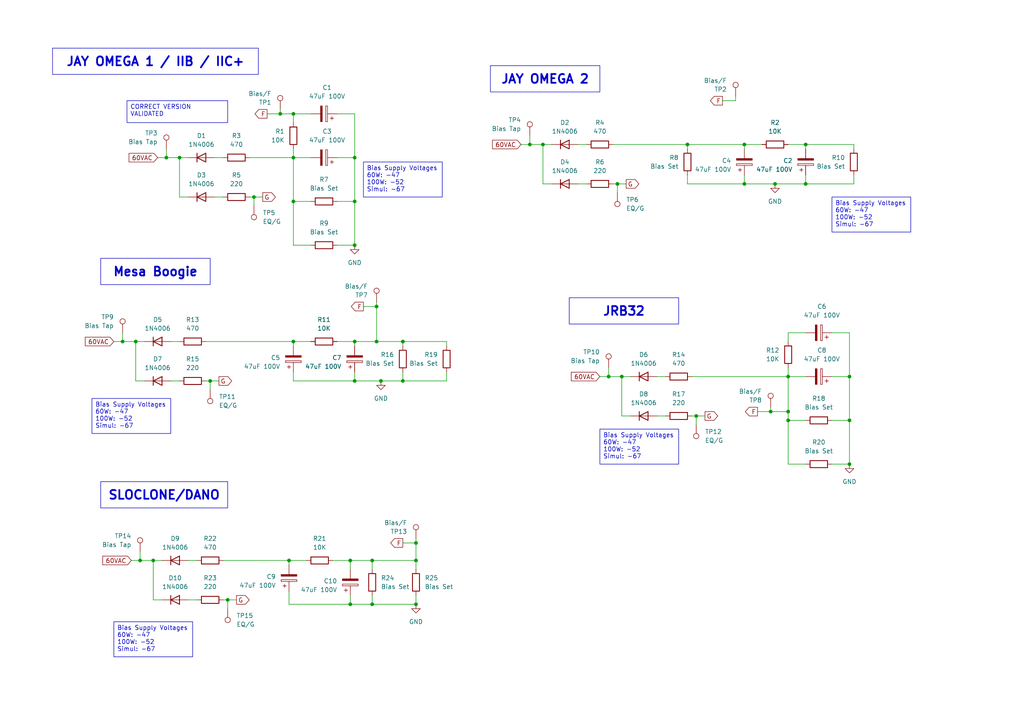
<source format=kicad_sch>
(kicad_sch (version 20250114) (generator "eeschema") (generator_version "9.0")
  (paper "A4")
  (lib_symbols
    (symbol "Connector:TestPoint" (pin_numbers (hide yes)) (pin_names (offset 0.762) (hide yes))
      (property "Reference" "TP" (at 0 6.858 0))
      (property "Value" "TestPoint" (at 0 5.08 0))
      (symbol "TestPoint_0_1"
        (circle (center 0 3.302) (radius 0.762))
      )
      (symbol "TestPoint_1_1"
        (pin passive line (at 0 0 90) (length 2.54) (name "1") (number "1"))
      )
    )
    (symbol "Device:C_Polarized" (pin_numbers (hide yes)) (pin_names (offset 0.254))
      (property "Reference" "C" (at 0.635 2.54 0))
      (property "Value" "C_Polarized" (at 0.635 -2.54 0))
      (symbol "C_Polarized_0_1"
        (rectangle (start -2.286 0.508) (end 2.286 1.016))
        (polyline (pts (xy -1.778 2.286) (xy -0.762 2.286)))
        (polyline (pts (xy -1.27 2.794) (xy -1.27 1.778)))
        (rectangle (start 2.286 -0.508) (end -2.286 -1.016) (fill (type outline)))
      )
      (symbol "C_Polarized_1_1"
        (pin passive line (at 0 3.81 270) (length 2.794) (name "~") (number "1"))
        (pin passive line (at 0 -3.81 90) (length 2.794) (name "~") (number "2"))
      )
    )
    (symbol "Device:R" (pin_numbers (hide yes)) (pin_names (offset 0))
      (property "Reference" "R" (at 2.032 0 90))
      (property "Value" "R" (at 0 0 90))
      (symbol "R_0_1"
        (rectangle (start -1.016 -2.54) (end 1.016 2.54) (stroke (width 0.254)))
      )
      (symbol "R_1_1"
        (pin passive line (at 0 3.81 270) (length 1.27) (name "~") (number "1"))
        (pin passive line (at 0 -3.81 90) (length 1.27) (name "~") (number "2"))
      )
    )
    (symbol "Diode:1N4006" (pin_numbers (hide yes)) (pin_names (hide yes))
      (property "Reference" "D" (at 0 2.54 0))
      (property "Value" "1N4006" (at 0 -2.54 0))
      (symbol "1N4006_0_1"
        (polyline (pts (xy -1.27 1.27) (xy -1.27 -1.27)) (stroke (width 0.254)))
        (polyline (pts (xy 1.27 1.27) (xy 1.27 -1.27) (xy -1.27 0) (xy 1.27 1.27)) (stroke (width 0.254)))
        (polyline (pts (xy 1.27 0) (xy -1.27 0)))
      )
      (symbol "1N4006_1_1"
        (pin passive line (at -3.81 0 0) (length 2.54) (name "K") (number "1"))
        (pin passive line (at 3.81 0 180) (length 2.54) (name "A") (number "2"))
      )
    )
    (symbol "power:GND" (power) (pin_numbers (hide yes)) (pin_names (offset 0) (hide yes))
      (property "Value" "GND" (at 0 -3.81 0))
      (symbol "GND_0_1"
        (polyline (pts (xy 0 0) (xy 0 -1.27) (xy 1.27 -1.27) (xy 0 -2.54) (xy -1.27 -1.27) (xy 0 -1.27)))
      )
      (symbol "GND_1_1"
        (pin power_in line (at 0 0 270) (length 0) (name "~") (number "1"))
      )
    )
  )
  (text_box "Bias Supply Voltages\n60W: -47\n100W: -52\nSimul: -67" (at 105.41 46.99 0) (size 22.86 10.16) (margins 0.9525 0.9525 0.9525 0.9525) (effects (font (size 1.27 1.27)) (justify left top)))
  (text_box "Bias Supply Voltages\n60W: -47\n100W: -52\nSimul: -67" (at 241.3 57.15 0) (size 22.86 10.16) (margins 0.9525 0.9525 0.9525 0.9525) (effects (font (size 1.27 1.27)) (justify left top)))
  (text_box "Mesa Boogie" (at 29.21 74.93 0) (size 31.75 7.62) (margins 0.9525 0.9525 0.9525 0.9525) (effects (font (size 2.54 2.54) (thickness 0.508) (bold yes))))
  (text_box "Bias Supply Voltages\n60W: -47\n100W: -52\nSimul: -67" (at 33.02 180.34 0) (size 22.86 10.16) (margins 0.9525 0.9525 0.9525 0.9525) (effects (font (size 1.27 1.27)) (justify left top)))
  (text_box "JAY OMEGA 1 / IIB / IIC+" (at 15.24 13.97 0) (size 59.69 7.62) (margins 0.9525 0.9525 0.9525 0.9525) (effects (font (size 2.54 2.54) (thickness 0.508) (bold yes))))
  (text_box "SLOCLONE/DANO" (at 29.21 139.7 0) (size 36.83 7.62) (margins 0.9525 0.9525 0.9525 0.9525) (effects (font (size 2.54 2.54) (thickness 0.508) (bold yes))))
  (text_box "JAY OMEGA 2" (at 142.24 19.05 0) (size 31.75 7.62) (margins 0.9525 0.9525 0.9525 0.9525) (effects (font (size 2.54 2.54) (thickness 0.508) (bold yes))))
  (text_box "Bias Supply Voltages\n60W: -47\n100W: -52\nSimul: -67" (at 173.99 124.46 0) (size 22.86 10.16) (margins 0.9525 0.9525 0.9525 0.9525) (effects (font (size 1.27 1.27)) (justify left top)))
  (text_box "JRB32" (at 165.1 86.36 0) (size 31.75 7.62) (margins 0.9525 0.9525 0.9525 0.9525) (effects (font (size 2.54 2.54) (thickness 0.508) (bold yes))))
  (text_box "CORRECT VERSION VALIDATED" (at 36.83 29.21 0) (size 29.21 6.35) (margins 0.9525 0.9525 0.9525 0.9525) (effects (font (size 1.27 1.27)) (justify left top)))
  (text_box "Bias Supply Voltages\n60W: -47\n100W: -52\nSimul: -67" (at 26.67 115.57 0) (size 22.86 10.16) (margins 0.9525 0.9525 0.9525 0.9525) (effects (font (size 1.27 1.27)) (justify left top)))
  (junction (at 246.38 121.92))
  (junction (at 101.6 175.26))
  (junction (at 199.39 41.91))
  (junction (at 215.9 53.34))
  (junction (at 81.28 33.02))
  (junction (at 120.65 175.26))
  (junction (at 157.48 41.91))
  (junction (at 107.95 162.56))
  (junction (at 246.38 109.22))
  (junction (at 233.68 41.91))
  (junction (at 120.65 162.56))
  (junction (at 102.87 110.49))
  (junction (at 109.22 88.9))
  (junction (at 228.6 109.22))
  (junction (at 73.66 57.15))
  (junction (at 102.87 71.12))
  (junction (at 85.09 33.02))
  (junction (at 215.9 41.91))
  (junction (at 116.84 99.06))
  (junction (at 246.38 134.62))
  (junction (at 85.09 58.42))
  (junction (at 102.87 99.06))
  (junction (at 85.09 99.06))
  (junction (at 233.68 53.34))
  (junction (at 224.79 53.34))
  (junction (at 66.04 173.99))
  (junction (at 52.07 45.72))
  (junction (at 110.49 110.49))
  (junction (at 109.22 99.06))
  (junction (at 116.84 110.49))
  (junction (at 228.6 121.92))
  (junction (at 60.96 110.49))
  (junction (at 40.64 162.56))
  (junction (at 223.52 119.38))
  (junction (at 107.95 175.26))
  (junction (at 44.45 162.56))
  (junction (at 85.09 45.72))
  (junction (at 153.67 41.91))
  (junction (at 228.6 119.38))
  (junction (at 176.53 109.22))
  (junction (at 35.56 99.06))
  (junction (at 120.65 157.48))
  (junction (at 179.07 53.34))
  (junction (at 101.6 162.56))
  (junction (at 48.26 45.72))
  (junction (at 102.87 45.72))
  (junction (at 180.34 109.22))
  (junction (at 39.37 99.06))
  (junction (at 83.82 162.56))
  (junction (at 102.87 58.42))
  (junction (at 201.93 120.65))
  (wire (pts (xy 120.65 175.26) (xy 107.95 175.26)))
  (wire (pts (xy 116.84 99.06) (xy 109.22 99.06)))
  (wire (pts (xy 215.9 41.91) (xy 215.9 43.18)))
  (wire (pts (xy 83.82 175.26) (xy 101.6 175.26)))
  (wire (pts (xy 215.9 53.34) (xy 224.79 53.34)))
  (wire (pts (xy 52.07 45.72) (xy 54.61 45.72)))
  (wire (pts (xy 181.61 53.34) (xy 179.07 53.34)))
  (wire (pts (xy 246.38 96.52) (xy 246.38 109.22)))
  (wire (pts (xy 66.04 173.99) (xy 64.77 173.99)))
  (wire (pts (xy 116.84 157.48) (xy 120.65 157.48)))
  (wire (pts (xy 241.3 121.92) (xy 246.38 121.92)))
  (wire (pts (xy 233.68 53.34) (xy 247.65 53.34)))
  (wire (pts (xy 233.68 121.92) (xy 228.6 121.92)))
  (wire (pts (xy 85.09 99.06) (xy 90.17 99.06)))
  (wire (pts (xy 85.09 99.06) (xy 85.09 100.33)))
  (wire (pts (xy 39.37 110.49) (xy 41.91 110.49)))
  (wire (pts (xy 64.77 45.72) (xy 62.23 45.72)))
  (wire (pts (xy 105.41 88.9) (xy 109.22 88.9)))
  (wire (pts (xy 35.56 96.52) (xy 35.56 99.06)))
  (wire (pts (xy 97.79 58.42) (xy 102.87 58.42)))
  (wire (pts (xy 129.54 110.49) (xy 129.54 107.95)))
  (wire (pts (xy 157.48 53.34) (xy 160.02 53.34)))
  (wire (pts (xy 90.17 71.12) (xy 85.09 71.12)))
  (wire (pts (xy 44.45 162.56) (xy 46.99 162.56)))
  (wire (pts (xy 85.09 45.72) (xy 85.09 58.42)))
  (wire (pts (xy 35.56 99.06) (xy 39.37 99.06)))
  (wire (pts (xy 247.65 41.91) (xy 233.68 41.91)))
  (wire (pts (xy 151.13 41.91) (xy 153.67 41.91)))
  (wire (pts (xy 101.6 175.26) (xy 107.95 175.26)))
  (wire (pts (xy 60.96 110.49) (xy 60.96 113.03)))
  (wire (pts (xy 109.22 88.9) (xy 109.22 99.06)))
  (wire (pts (xy 101.6 162.56) (xy 101.6 165.1)))
  (wire (pts (xy 77.47 33.02) (xy 81.28 33.02)))
  (wire (pts (xy 204.47 120.65) (xy 201.93 120.65)))
  (wire (pts (xy 228.6 119.38) (xy 228.6 121.92)))
  (wire (pts (xy 233.68 134.62) (xy 228.6 134.62)))
  (wire (pts (xy 228.6 96.52) (xy 228.6 99.06)))
  (wire (pts (xy 228.6 134.62) (xy 228.6 121.92)))
  (wire (pts (xy 215.9 41.91) (xy 220.98 41.91)))
  (wire (pts (xy 48.26 45.72) (xy 52.07 45.72)))
  (wire (pts (xy 228.6 109.22) (xy 233.68 109.22)))
  (wire (pts (xy 209.55 29.21) (xy 213.36 29.21)))
  (wire (pts (xy 85.09 110.49) (xy 102.87 110.49)))
  (wire (pts (xy 246.38 109.22) (xy 241.3 109.22)))
  (wire (pts (xy 167.64 53.34) (xy 170.18 53.34)))
  (wire (pts (xy 81.28 31.75) (xy 81.28 33.02)))
  (wire (pts (xy 219.71 119.38) (xy 223.52 119.38)))
  (wire (pts (xy 241.3 134.62) (xy 246.38 134.62)))
  (wire (pts (xy 54.61 173.99) (xy 57.15 173.99)))
  (wire (pts (xy 52.07 45.72) (xy 52.07 57.15)))
  (wire (pts (xy 199.39 41.91) (xy 215.9 41.91)))
  (wire (pts (xy 200.66 109.22) (xy 228.6 109.22)))
  (wire (pts (xy 233.68 41.91) (xy 228.6 41.91)))
  (wire (pts (xy 102.87 99.06) (xy 97.79 99.06)))
  (wire (pts (xy 39.37 99.06) (xy 41.91 99.06)))
  (wire (pts (xy 215.9 50.8) (xy 215.9 53.34)))
  (wire (pts (xy 101.6 162.56) (xy 107.95 162.56)))
  (wire (pts (xy 96.52 162.56) (xy 101.6 162.56)))
  (wire (pts (xy 44.45 162.56) (xy 44.45 173.99)))
  (wire (pts (xy 85.09 45.72) (xy 90.17 45.72)))
  (wire (pts (xy 102.87 99.06) (xy 102.87 100.33)))
  (wire (pts (xy 129.54 100.33) (xy 129.54 99.06)))
  (wire (pts (xy 116.84 110.49) (xy 116.84 107.95)))
  (wire (pts (xy 223.52 118.11) (xy 223.52 119.38)))
  (wire (pts (xy 102.87 71.12) (xy 102.87 58.42)))
  (wire (pts (xy 109.22 87.63) (xy 109.22 88.9)))
  (wire (pts (xy 102.87 33.02) (xy 102.87 45.72)))
  (wire (pts (xy 107.95 175.26) (xy 107.95 172.72)))
  (wire (pts (xy 76.2 57.15) (xy 73.66 57.15)))
  (wire (pts (xy 83.82 162.56) (xy 83.82 163.83)))
  (wire (pts (xy 85.09 33.02) (xy 85.09 35.56)))
  (wire (pts (xy 90.17 33.02) (xy 85.09 33.02)))
  (wire (pts (xy 170.18 41.91) (xy 167.64 41.91)))
  (wire (pts (xy 66.04 173.99) (xy 66.04 176.53)))
  (wire (pts (xy 129.54 99.06) (xy 116.84 99.06)))
  (wire (pts (xy 48.26 43.18) (xy 48.26 45.72)))
  (wire (pts (xy 120.65 156.21) (xy 120.65 157.48)))
  (wire (pts (xy 40.64 162.56) (xy 44.45 162.56)))
  (wire (pts (xy 33.02 99.06) (xy 35.56 99.06)))
  (wire (pts (xy 190.5 120.65) (xy 193.04 120.65)))
  (wire (pts (xy 199.39 53.34) (xy 215.9 53.34)))
  (wire (pts (xy 233.68 50.8) (xy 233.68 53.34)))
  (wire (pts (xy 157.48 41.91) (xy 160.02 41.91)))
  (wire (pts (xy 247.65 53.34) (xy 247.65 50.8)))
  (wire (pts (xy 233.68 41.91) (xy 233.68 43.18)))
  (wire (pts (xy 107.95 162.56) (xy 120.65 162.56)))
  (wire (pts (xy 180.34 120.65) (xy 182.88 120.65)))
  (wire (pts (xy 176.53 109.22) (xy 180.34 109.22)))
  (wire (pts (xy 246.38 121.92) (xy 246.38 109.22)))
  (wire (pts (xy 102.87 58.42) (xy 102.87 45.72)))
  (wire (pts (xy 247.65 43.18) (xy 247.65 41.91)))
  (wire (pts (xy 120.65 172.72) (xy 120.65 175.26)))
  (wire (pts (xy 97.79 71.12) (xy 102.87 71.12)))
  (wire (pts (xy 102.87 110.49) (xy 110.49 110.49)))
  (wire (pts (xy 201.93 120.65) (xy 201.93 123.19)))
  (wire (pts (xy 228.6 106.68) (xy 228.6 109.22)))
  (wire (pts (xy 224.79 53.34) (xy 233.68 53.34)))
  (wire (pts (xy 85.09 107.95) (xy 85.09 110.49)))
  (wire (pts (xy 45.72 45.72) (xy 48.26 45.72)))
  (wire (pts (xy 179.07 53.34) (xy 179.07 55.88)))
  (wire (pts (xy 180.34 109.22) (xy 182.88 109.22)))
  (wire (pts (xy 83.82 162.56) (xy 88.9 162.56)))
  (wire (pts (xy 120.65 162.56) (xy 120.65 165.1)))
  (wire (pts (xy 39.37 99.06) (xy 39.37 110.49)))
  (wire (pts (xy 213.36 27.94) (xy 213.36 29.21)))
  (wire (pts (xy 233.68 96.52) (xy 228.6 96.52)))
  (wire (pts (xy 179.07 53.34) (xy 177.8 53.34)))
  (wire (pts (xy 116.84 99.06) (xy 116.84 100.33)))
  (wire (pts (xy 223.52 119.38) (xy 228.6 119.38)))
  (wire (pts (xy 44.45 173.99) (xy 46.99 173.99)))
  (wire (pts (xy 62.23 57.15) (xy 64.77 57.15)))
  (wire (pts (xy 107.95 162.56) (xy 107.95 165.1)))
  (wire (pts (xy 64.77 162.56) (xy 83.82 162.56)))
  (wire (pts (xy 173.99 109.22) (xy 176.53 109.22)))
  (wire (pts (xy 81.28 33.02) (xy 85.09 33.02)))
  (wire (pts (xy 176.53 106.68) (xy 176.53 109.22)))
  (wire (pts (xy 59.69 99.06) (xy 85.09 99.06)))
  (wire (pts (xy 52.07 57.15) (xy 54.61 57.15)))
  (wire (pts (xy 38.1 162.56) (xy 40.64 162.56)))
  (wire (pts (xy 57.15 162.56) (xy 54.61 162.56)))
  (wire (pts (xy 180.34 109.22) (xy 180.34 120.65)))
  (wire (pts (xy 83.82 171.45) (xy 83.82 175.26)))
  (wire (pts (xy 68.58 173.99) (xy 66.04 173.99)))
  (wire (pts (xy 116.84 110.49) (xy 129.54 110.49)))
  (wire (pts (xy 63.5 110.49) (xy 60.96 110.49)))
  (wire (pts (xy 40.64 160.02) (xy 40.64 162.56)))
  (wire (pts (xy 85.09 71.12) (xy 85.09 58.42)))
  (wire (pts (xy 49.53 110.49) (xy 52.07 110.49)))
  (wire (pts (xy 246.38 134.62) (xy 246.38 121.92)))
  (wire (pts (xy 177.8 41.91) (xy 199.39 41.91)))
  (wire (pts (xy 110.49 110.49) (xy 116.84 110.49)))
  (wire (pts (xy 228.6 109.22) (xy 228.6 119.38)))
  (wire (pts (xy 153.67 39.37) (xy 153.67 41.91)))
  (wire (pts (xy 109.22 99.06) (xy 102.87 99.06)))
  (wire (pts (xy 193.04 109.22) (xy 190.5 109.22)))
  (wire (pts (xy 72.39 45.72) (xy 85.09 45.72)))
  (wire (pts (xy 85.09 43.18) (xy 85.09 45.72)))
  (wire (pts (xy 241.3 96.52) (xy 246.38 96.52)))
  (wire (pts (xy 153.67 41.91) (xy 157.48 41.91)))
  (wire (pts (xy 199.39 50.8) (xy 199.39 53.34)))
  (wire (pts (xy 73.66 57.15) (xy 72.39 57.15)))
  (wire (pts (xy 102.87 110.49) (xy 102.87 107.95)))
  (wire (pts (xy 201.93 120.65) (xy 200.66 120.65)))
  (wire (pts (xy 97.79 33.02) (xy 102.87 33.02)))
  (wire (pts (xy 60.96 110.49) (xy 59.69 110.49)))
  (wire (pts (xy 90.17 58.42) (xy 85.09 58.42)))
  (wire (pts (xy 102.87 45.72) (xy 97.79 45.72)))
  (wire (pts (xy 199.39 41.91) (xy 199.39 43.18)))
  (wire (pts (xy 120.65 157.48) (xy 120.65 162.56)))
  (wire (pts (xy 101.6 172.72) (xy 101.6 175.26)))
  (wire (pts (xy 157.48 41.91) (xy 157.48 53.34)))
  (wire (pts (xy 52.07 99.06) (xy 49.53 99.06)))
  (wire (pts (xy 73.66 57.15) (xy 73.66 59.69)))
  (global_label "F" (shape output) (at 116.84 157.48 180) (property "Intersheetrefs" "${INTERSHEET_REFS}" (effects (hide yes))))
  (global_label "60VAC" (shape input) (at 173.99 109.22 180) (property "Intersheetrefs" "${INTERSHEET_REFS}" (effects (hide yes))))
  (global_label "G" (shape output) (at 68.58 173.99 0) (property "Intersheetrefs" "${INTERSHEET_REFS}" (effects (hide yes))))
  (global_label "G" (shape output) (at 76.2 57.15 0) (property "Intersheetrefs" "${INTERSHEET_REFS}" (effects (hide yes))))
  (global_label "G" (shape output) (at 181.61 53.34 0) (property "Intersheetrefs" "${INTERSHEET_REFS}" (effects (hide yes))))
  (global_label "60VAC" (shape input) (at 45.72 45.72 180) (property "Intersheetrefs" "${INTERSHEET_REFS}" (effects (hide yes))))
  (global_label "60VAC" (shape input) (at 151.13 41.91 180) (property "Intersheetrefs" "${INTERSHEET_REFS}" (effects (hide yes))))
  (global_label "F" (shape output) (at 219.71 119.38 180) (property "Intersheetrefs" "${INTERSHEET_REFS}" (effects (hide yes))))
  (global_label "60VAC" (shape input) (at 38.1 162.56 180) (property "Intersheetrefs" "${INTERSHEET_REFS}" (effects (hide yes))))
  (global_label "F" (shape output) (at 209.55 29.21 180) (property "Intersheetrefs" "${INTERSHEET_REFS}" (effects (hide yes))))
  (global_label "G" (shape output) (at 204.47 120.65 0) (property "Intersheetrefs" "${INTERSHEET_REFS}" (effects (hide yes))))
  (global_label "G" (shape output) (at 63.5 110.49 0) (property "Intersheetrefs" "${INTERSHEET_REFS}" (effects (hide yes))))
  (global_label "F" (shape output) (at 105.41 88.9 180) (property "Intersheetrefs" "${INTERSHEET_REFS}" (effects (hide yes))))
  (global_label "60VAC" (shape input) (at 33.02 99.06 180) (property "Intersheetrefs" "${INTERSHEET_REFS}" (effects (hide yes))))
  (global_label "F" (shape output) (at 77.47 33.02 180) (property "Intersheetrefs" "${INTERSHEET_REFS}" (effects (hide yes))))
  (symbol (lib_id "Diode:1N4006") (at 163.83 53.34 0) (unit 1)
    (property "Reference" "D4" (at 163.83 46.99 0))
    (property "Value" "1N4006" (at 163.83 49.53 0))
    (property "Footprint" "Diode_THT:D_DO-41_SOD81_P10.16mm_Horizontal" (effects (hide yes)))
    (property "Datasheet" "http://www.vishay.com/docs/88503/1n4001.pdf" (effects (hide yes)))
    (property "Description" "800V 1A General Purpose Rectifier Diode, DO-41" (effects (hide yes)))
    (property "Sim.Device" "D" (effects (hide yes)))
    (property "Sim.Pins" "1=K 2=A" (effects (hide yes)))
  )
  (symbol (lib_id "Diode:1N4006") (at 186.69 109.22 0) (unit 1)
    (property "Reference" "D6" (at 186.69 102.87 0))
    (property "Value" "1N4006" (at 186.69 105.41 0))
    (property "Footprint" "Diode_THT:D_DO-41_SOD81_P10.16mm_Horizontal" (effects (hide yes)))
    (property "Datasheet" "http://www.vishay.com/docs/88503/1n4001.pdf" (effects (hide yes)))
    (property "Description" "800V 1A General Purpose Rectifier Diode, DO-41" (effects (hide yes)))
    (property "Sim.Device" "D" (effects (hide yes)))
    (property "Sim.Pins" "1=K 2=A" (effects (hide yes)))
  )
  (symbol (lib_id "Device:R") (at 224.79 41.91 270) (mirror x) (unit 1)
    (property "Reference" "R2" (at 224.79 35.56 90))
    (property "Value" "10K" (at 224.79 38.1 90))
    (property "Footprint" "Resistor_THT:R_Axial_DIN0411_L9.9mm_D3.6mm_P15.24mm_Horizontal" (effects (hide yes)))
    (property "Description" "Resistor" (effects (hide yes)))
  )
  (symbol (lib_id "Device:R") (at 68.58 57.15 90) (unit 1)
    (property "Reference" "R5" (at 68.58 50.8 90))
    (property "Value" "220" (at 68.58 53.34 90))
    (property "Footprint" "Resistor_THT:R_Axial_DIN0516_L15.5mm_D5.0mm_P20.32mm_Horizontal" (effects (hide yes)))
    (property "Description" "Resistor" (effects (hide yes)))
  )
  (symbol (lib_id "Device:R") (at 107.95 168.91 0) (mirror y) (unit 1)
    (property "Reference" "R24" (at 110.49 167.6399 0) (effects (justify right)))
    (property "Value" "Bias Set" (at 110.49 170.1799 0) (effects (justify right)))
    (property "Footprint" "Resistor_THT:R_Axial_DIN0411_L9.9mm_D3.6mm_P15.24mm_Horizontal" (effects (hide yes)))
    (property "Description" "Resistor" (effects (hide yes)))
  )
  (symbol (lib_id "Device:R") (at 92.71 162.56 270) (mirror x) (unit 1)
    (property "Reference" "R21" (at 92.71 156.21 90))
    (property "Value" "10K" (at 92.71 158.75 90))
    (property "Footprint" "Resistor_THT:R_Axial_DIN0411_L9.9mm_D3.6mm_P15.24mm_Horizontal" (effects (hide yes)))
    (property "Description" "Resistor" (effects (hide yes)))
  )
  (symbol (lib_id "power:GND") (at 120.65 175.26 0) (unit 1)
    (property "Reference" "#PWR05" (effects (hide yes)))
    (property "Value" "GND" (at 120.65 180.34 0))
    (property "Description" "Power symbol creates a global label with name \"GND\" , ground" (effects (hide yes)))
  )
  (symbol (lib_id "Device:C_Polarized") (at 101.6 168.91 0) (mirror x) (unit 1)
    (property "Reference" "C10" (at 97.79 168.5289 0) (effects (justify right)))
    (property "Value" "47uF 100V" (at 97.79 171.0689 0) (effects (justify right)))
    (property "Footprint" "Capacitor_THT:CP_Axial_L18.0mm_D8.0mm_P25.00mm_Horizontal" (effects (hide yes)))
    (property "Description" "Polarized capacitor" (effects (hide yes)))
  )
  (symbol (lib_id "Diode:1N4006") (at 45.72 99.06 0) (unit 1)
    (property "Reference" "D5" (at 45.72 92.71 0))
    (property "Value" "1N4006" (at 45.72 95.25 0))
    (property "Footprint" "Diode_THT:D_DO-41_SOD81_P10.16mm_Horizontal" (effects (hide yes)))
    (property "Datasheet" "http://www.vishay.com/docs/88503/1n4001.pdf" (effects (hide yes)))
    (property "Description" "800V 1A General Purpose Rectifier Diode, DO-41" (effects (hide yes)))
    (property "Sim.Device" "D" (effects (hide yes)))
    (property "Sim.Pins" "1=K 2=A" (effects (hide yes)))
  )
  (symbol (lib_id "Diode:1N4006") (at 45.72 110.49 0) (unit 1)
    (property "Reference" "D7" (at 45.72 104.14 0))
    (property "Value" "1N4006" (at 45.72 106.68 0))
    (property "Footprint" "Diode_THT:D_DO-41_SOD81_P10.16mm_Horizontal" (effects (hide yes)))
    (property "Datasheet" "http://www.vishay.com/docs/88503/1n4001.pdf" (effects (hide yes)))
    (property "Description" "800V 1A General Purpose Rectifier Diode, DO-41" (effects (hide yes)))
    (property "Sim.Device" "D" (effects (hide yes)))
    (property "Sim.Pins" "1=K 2=A" (effects (hide yes)))
  )
  (symbol (lib_id "Device:R") (at 120.65 168.91 0) (mirror y) (unit 1)
    (property "Reference" "R25" (at 123.19 167.6399 0) (effects (justify right)))
    (property "Value" "Bias Set" (at 123.19 170.1799 0) (effects (justify right)))
    (property "Footprint" "Resistor_THT:R_Axial_DIN0411_L9.9mm_D3.6mm_P15.24mm_Horizontal" (effects (hide yes)))
    (property "Description" "Resistor" (effects (hide yes)))
  )
  (symbol (lib_id "Connector:TestPoint") (at 81.28 31.75 0) (unit 1)
    (property "Reference" "TP1" (at 78.74 29.7181 0) (effects (justify right)))
    (property "Value" "Bias/F" (at 78.74 27.1781 0) (effects (justify right)))
    (property "Footprint" "HiroFootprints:Out_Hole_3.4_1.8" (effects (hide yes)))
    (property "Description" "test point" (effects (hide yes)))
  )
  (symbol (lib_id "Diode:1N4006") (at 186.69 120.65 0) (unit 1)
    (property "Reference" "D8" (at 186.69 114.3 0))
    (property "Value" "1N4006" (at 186.69 116.84 0))
    (property "Footprint" "Diode_THT:D_DO-41_SOD81_P10.16mm_Horizontal" (effects (hide yes)))
    (property "Datasheet" "http://www.vishay.com/docs/88503/1n4001.pdf" (effects (hide yes)))
    (property "Description" "800V 1A General Purpose Rectifier Diode, DO-41" (effects (hide yes)))
    (property "Sim.Device" "D" (effects (hide yes)))
    (property "Sim.Pins" "1=K 2=A" (effects (hide yes)))
  )
  (symbol (lib_id "Diode:1N4006") (at 163.83 41.91 0) (unit 1)
    (property "Reference" "D2" (at 163.83 35.56 0))
    (property "Value" "1N4006" (at 163.83 38.1 0))
    (property "Footprint" "Diode_THT:D_DO-41_SOD81_P10.16mm_Horizontal" (effects (hide yes)))
    (property "Datasheet" "http://www.vishay.com/docs/88503/1n4001.pdf" (effects (hide yes)))
    (property "Description" "800V 1A General Purpose Rectifier Diode, DO-41" (effects (hide yes)))
    (property "Sim.Device" "D" (effects (hide yes)))
    (property "Sim.Pins" "1=K 2=A" (effects (hide yes)))
  )
  (symbol (lib_id "Device:R") (at 196.85 109.22 90) (unit 1)
    (property "Reference" "R14" (at 196.85 102.87 90))
    (property "Value" "470" (at 196.85 105.41 90))
    (property "Footprint" "Resistor_THT:R_Axial_DIN0516_L15.5mm_D5.0mm_P20.32mm_Horizontal" (effects (hide yes)))
    (property "Description" "Resistor" (effects (hide yes)))
  )
  (symbol (lib_id "Connector:TestPoint") (at 35.56 96.52 0) (mirror y) (unit 1)
    (property "Reference" "TP9" (at 33.02 91.9479 0) (effects (justify left)))
    (property "Value" "Bias Tap" (at 33.02 94.4879 0) (effects (justify left)))
    (property "Footprint" "HiroFootprints:Out_Hole_3.4_1.8" (effects (hide yes)))
    (property "Description" "test point" (effects (hide yes)))
  )
  (symbol (lib_id "Device:C_Polarized") (at 215.9 46.99 0) (mirror x) (unit 1)
    (property "Reference" "C4" (at 212.09 46.6089 0) (effects (justify right)))
    (property "Value" "47uF 100V" (at 212.09 49.1489 0) (effects (justify right)))
    (property "Footprint" "Capacitor_THT:CP_Axial_L18.0mm_D8.0mm_P25.00mm_Horizontal" (effects (hide yes)))
    (property "Description" "Polarized capacitor" (effects (hide yes)))
  )
  (symbol (lib_id "Device:R") (at 237.49 121.92 90) (mirror x) (unit 1)
    (property "Reference" "R18" (at 237.49 115.57 90))
    (property "Value" "Bias Set" (at 237.49 118.11 90))
    (property "Footprint" "Resistor_THT:R_Axial_DIN0411_L9.9mm_D3.6mm_P15.24mm_Horizontal" (effects (hide yes)))
    (property "Description" "Resistor" (effects (hide yes)))
  )
  (symbol (lib_id "power:GND") (at 102.87 71.12 0) (unit 1)
    (property "Reference" "#PWR01" (effects (hide yes)))
    (property "Value" "GND" (at 102.87 76.2 0))
    (property "Description" "Power symbol creates a global label with name \"GND\" , ground" (effects (hide yes)))
  )
  (symbol (lib_id "Connector:TestPoint") (at 120.65 156.21 0) (unit 1)
    (property "Reference" "TP13" (at 118.11 154.1781 0) (effects (justify right)))
    (property "Value" "Bias/F" (at 118.11 151.6381 0) (effects (justify right)))
    (property "Footprint" "HiroFootprints:Out_Hole_3.4_1.8" (effects (hide yes)))
    (property "Description" "test point" (effects (hide yes)))
  )
  (symbol (lib_id "Device:C_Polarized") (at 93.98 45.72 270) (mirror x) (unit 1)
    (property "Reference" "C3" (at 94.869 38.1 90))
    (property "Value" "47uF 100V" (at 94.869 40.64 90))
    (property "Footprint" "Capacitor_THT:CP_Axial_L18.0mm_D8.0mm_P25.00mm_Horizontal" (effects (hide yes)))
    (property "Description" "Polarized capacitor" (effects (hide yes)))
  )
  (symbol (lib_id "Device:R") (at 237.49 134.62 90) (mirror x) (unit 1)
    (property "Reference" "R20" (at 237.49 128.27 90))
    (property "Value" "Bias Set" (at 237.49 130.81 90))
    (property "Footprint" "Resistor_THT:R_Axial_DIN0411_L9.9mm_D3.6mm_P15.24mm_Horizontal" (effects (hide yes)))
    (property "Description" "Resistor" (effects (hide yes)))
  )
  (symbol (lib_id "Device:R") (at 55.88 110.49 90) (unit 1)
    (property "Reference" "R15" (at 55.88 104.14 90))
    (property "Value" "220" (at 55.88 106.68 90))
    (property "Footprint" "Resistor_THT:R_Axial_DIN0516_L15.5mm_D5.0mm_P20.32mm_Horizontal" (effects (hide yes)))
    (property "Description" "Resistor" (effects (hide yes)))
  )
  (symbol (lib_id "Device:C_Polarized") (at 85.09 104.14 0) (mirror x) (unit 1)
    (property "Reference" "C5" (at 81.28 103.7589 0) (effects (justify right)))
    (property "Value" "47uF 100V" (at 81.28 106.2989 0) (effects (justify right)))
    (property "Footprint" "Capacitor_THT:CP_Axial_L18.0mm_D8.0mm_P25.00mm_Horizontal" (effects (hide yes)))
    (property "Description" "Polarized capacitor" (effects (hide yes)))
  )
  (symbol (lib_id "power:GND") (at 224.79 53.34 0) (unit 1)
    (property "Reference" "#PWR02" (effects (hide yes)))
    (property "Value" "GND" (at 224.79 58.42 0))
    (property "Description" "Power symbol creates a global label with name \"GND\" , ground" (effects (hide yes)))
  )
  (symbol (lib_id "Device:R") (at 60.96 162.56 90) (unit 1)
    (property "Reference" "R22" (at 60.96 156.21 90))
    (property "Value" "470" (at 60.96 158.75 90))
    (property "Footprint" "Resistor_THT:R_Axial_DIN0516_L15.5mm_D5.0mm_P20.32mm_Horizontal" (effects (hide yes)))
    (property "Description" "Resistor" (effects (hide yes)))
  )
  (symbol (lib_id "Diode:1N4006") (at 58.42 45.72 0) (unit 1)
    (property "Reference" "D1" (at 58.42 39.37 0))
    (property "Value" "1N4006" (at 58.42 41.91 0))
    (property "Footprint" "Diode_THT:D_DO-41_SOD81_P10.16mm_Horizontal" (effects (hide yes)))
    (property "Datasheet" "http://www.vishay.com/docs/88503/1n4001.pdf" (effects (hide yes)))
    (property "Description" "800V 1A General Purpose Rectifier Diode, DO-41" (effects (hide yes)))
    (property "Sim.Device" "D" (effects (hide yes)))
    (property "Sim.Pins" "1=K 2=A" (effects (hide yes)))
  )
  (symbol (lib_id "Connector:TestPoint") (at 109.22 87.63 0) (unit 1)
    (property "Reference" "TP7" (at 106.68 85.5981 0) (effects (justify right)))
    (property "Value" "Bias/F" (at 106.68 83.0581 0) (effects (justify right)))
    (property "Footprint" "HiroFootprints:Out_Hole_3.4_1.8" (effects (hide yes)))
    (property "Description" "test point" (effects (hide yes)))
  )
  (symbol (lib_id "Connector:TestPoint") (at 48.26 43.18 0) (mirror y) (unit 1)
    (property "Reference" "TP3" (at 45.72 38.6079 0) (effects (justify left)))
    (property "Value" "Bias Tap" (at 45.72 41.1479 0) (effects (justify left)))
    (property "Footprint" "HiroFootprints:Out_Hole_3.4_1.8" (effects (hide yes)))
    (property "Description" "test point" (effects (hide yes)))
  )
  (symbol (lib_id "Connector:TestPoint") (at 176.53 106.68 0) (mirror y) (unit 1)
    (property "Reference" "TP10" (at 173.99 102.1079 0) (effects (justify left)))
    (property "Value" "Bias Tap" (at 173.99 104.6479 0) (effects (justify left)))
    (property "Footprint" "HiroFootprints:Out_Hole_3.4_1.8" (effects (hide yes)))
    (property "Description" "test point" (effects (hide yes)))
  )
  (symbol (lib_id "Device:R") (at 196.85 120.65 90) (unit 1)
    (property "Reference" "R17" (at 196.85 114.3 90))
    (property "Value" "220" (at 196.85 116.84 90))
    (property "Footprint" "Resistor_THT:R_Axial_DIN0516_L15.5mm_D5.0mm_P20.32mm_Horizontal" (effects (hide yes)))
    (property "Description" "Resistor" (effects (hide yes)))
  )
  (symbol (lib_id "Device:R") (at 173.99 53.34 90) (unit 1)
    (property "Reference" "R6" (at 173.99 46.99 90))
    (property "Value" "220" (at 173.99 49.53 90))
    (property "Footprint" "Resistor_THT:R_Axial_DIN0516_L15.5mm_D5.0mm_P20.32mm_Horizontal" (effects (hide yes)))
    (property "Description" "Resistor" (effects (hide yes)))
  )
  (symbol (lib_id "Device:R") (at 116.84 104.14 0) (mirror x) (unit 1)
    (property "Reference" "R16" (at 114.3 102.8699 0) (effects (justify right)))
    (property "Value" "Bias Set" (at 114.3 105.4099 0) (effects (justify right)))
    (property "Footprint" "Resistor_THT:R_Axial_DIN0411_L9.9mm_D3.6mm_P15.24mm_Horizontal" (effects (hide yes)))
    (property "Description" "Resistor" (effects (hide yes)))
  )
  (symbol (lib_id "Connector:TestPoint") (at 201.93 123.19 180) (unit 1)
    (property "Reference" "TP12" (at 204.47 125.2219 0) (effects (justify right)))
    (property "Value" "EQ/G" (at 204.47 127.7619 0) (effects (justify right)))
    (property "Footprint" "HiroFootprints:Out_Hole_3.4_1.8" (effects (hide yes)))
    (property "Description" "test point" (effects (hide yes)))
  )
  (symbol (lib_id "Device:C_Polarized") (at 93.98 33.02 270) (mirror x) (unit 1)
    (property "Reference" "C1" (at 94.869 25.4 90))
    (property "Value" "47uF 100V" (at 94.869 27.94 90))
    (property "Footprint" "Capacitor_THT:CP_Axial_L18.0mm_D8.0mm_P25.00mm_Horizontal" (effects (hide yes)))
    (property "Description" "Polarized capacitor" (effects (hide yes)))
  )
  (symbol (lib_id "Device:R") (at 93.98 99.06 270) (mirror x) (unit 1)
    (property "Reference" "R11" (at 93.98 92.71 90))
    (property "Value" "10K" (at 93.98 95.25 90))
    (property "Footprint" "Resistor_THT:R_Axial_DIN0411_L9.9mm_D3.6mm_P15.24mm_Horizontal" (effects (hide yes)))
    (property "Description" "Resistor" (effects (hide yes)))
  )
  (symbol (lib_id "power:GND") (at 246.38 134.62 0) (unit 1)
    (property "Reference" "#PWR04" (effects (hide yes)))
    (property "Value" "GND" (at 246.38 139.7 0))
    (property "Description" "Power symbol creates a global label with name \"GND\" , ground" (effects (hide yes)))
  )
  (symbol (lib_id "Connector:TestPoint") (at 73.66 59.69 180) (unit 1)
    (property "Reference" "TP5" (at 76.2 61.7219 0) (effects (justify right)))
    (property "Value" "EQ/G" (at 76.2 64.2619 0) (effects (justify right)))
    (property "Footprint" "HiroFootprints:Out_Hole_3.4_1.8" (effects (hide yes)))
    (property "Description" "test point" (effects (hide yes)))
  )
  (symbol (lib_id "Diode:1N4006") (at 58.42 57.15 0) (unit 1)
    (property "Reference" "D3" (at 58.42 50.8 0))
    (property "Value" "1N4006" (at 58.42 53.34 0))
    (property "Footprint" "Diode_THT:D_DO-41_SOD81_P10.16mm_Horizontal" (effects (hide yes)))
    (property "Datasheet" "http://www.vishay.com/docs/88503/1n4001.pdf" (effects (hide yes)))
    (property "Description" "800V 1A General Purpose Rectifier Diode, DO-41" (effects (hide yes)))
    (property "Sim.Device" "D" (effects (hide yes)))
    (property "Sim.Pins" "1=K 2=A" (effects (hide yes)))
  )
  (symbol (lib_id "power:GND") (at 110.49 110.49 0) (unit 1)
    (property "Reference" "#PWR03" (effects (hide yes)))
    (property "Value" "GND" (at 110.49 115.57 0))
    (property "Description" "Power symbol creates a global label with name \"GND\" , ground" (effects (hide yes)))
  )
  (symbol (lib_id "Device:R") (at 129.54 104.14 0) (mirror x) (unit 1)
    (property "Reference" "R19" (at 127 102.8699 0) (effects (justify right)))
    (property "Value" "Bias Set" (at 127 105.4099 0) (effects (justify right)))
    (property "Footprint" "Resistor_THT:R_Axial_DIN0411_L9.9mm_D3.6mm_P15.24mm_Horizontal" (effects (hide yes)))
    (property "Description" "Resistor" (effects (hide yes)))
  )
  (symbol (lib_id "Device:C_Polarized") (at 237.49 109.22 270) (mirror x) (unit 1)
    (property "Reference" "C8" (at 238.379 101.6 90))
    (property "Value" "47uF 100V" (at 238.379 104.14 90))
    (property "Footprint" "Capacitor_THT:CP_Axial_L18.0mm_D8.0mm_P25.00mm_Horizontal" (effects (hide yes)))
    (property "Description" "Polarized capacitor" (effects (hide yes)))
  )
  (symbol (lib_id "Connector:TestPoint") (at 60.96 113.03 180) (unit 1)
    (property "Reference" "TP11" (at 63.5 115.0619 0) (effects (justify right)))
    (property "Value" "EQ/G" (at 63.5 117.6019 0) (effects (justify right)))
    (property "Footprint" "HiroFootprints:Out_Hole_3.4_1.8" (effects (hide yes)))
    (property "Description" "test point" (effects (hide yes)))
  )
  (symbol (lib_id "Device:C_Polarized") (at 102.87 104.14 0) (mirror x) (unit 1)
    (property "Reference" "C7" (at 99.06 103.7589 0) (effects (justify right)))
    (property "Value" "47uF 100V" (at 99.06 106.2989 0) (effects (justify right)))
    (property "Footprint" "Capacitor_THT:CP_Axial_L18.0mm_D8.0mm_P25.00mm_Horizontal" (effects (hide yes)))
    (property "Description" "Polarized capacitor" (effects (hide yes)))
  )
  (symbol (lib_id "Device:R") (at 173.99 41.91 90) (unit 1)
    (property "Reference" "R4" (at 173.99 35.56 90))
    (property "Value" "470" (at 173.99 38.1 90))
    (property "Footprint" "Resistor_THT:R_Axial_DIN0516_L15.5mm_D5.0mm_P20.32mm_Horizontal" (effects (hide yes)))
    (property "Description" "Resistor" (effects (hide yes)))
  )
  (symbol (lib_id "Diode:1N4006") (at 50.8 173.99 0) (unit 1)
    (property "Reference" "D10" (at 50.8 167.64 0))
    (property "Value" "1N4006" (at 50.8 170.18 0))
    (property "Footprint" "Diode_THT:D_DO-41_SOD81_P10.16mm_Horizontal" (effects (hide yes)))
    (property "Datasheet" "http://www.vishay.com/docs/88503/1n4001.pdf" (effects (hide yes)))
    (property "Description" "800V 1A General Purpose Rectifier Diode, DO-41" (effects (hide yes)))
    (property "Sim.Device" "D" (effects (hide yes)))
    (property "Sim.Pins" "1=K 2=A" (effects (hide yes)))
  )
  (symbol (lib_id "Device:R") (at 60.96 173.99 90) (unit 1)
    (property "Reference" "R23" (at 60.96 167.64 90))
    (property "Value" "220" (at 60.96 170.18 90))
    (property "Footprint" "Resistor_THT:R_Axial_DIN0516_L15.5mm_D5.0mm_P20.32mm_Horizontal" (effects (hide yes)))
    (property "Description" "Resistor" (effects (hide yes)))
  )
  (symbol (lib_id "Connector:TestPoint") (at 213.36 27.94 0) (unit 1)
    (property "Reference" "TP2" (at 210.82 25.9081 0) (effects (justify right)))
    (property "Value" "Bias/F" (at 210.82 23.3681 0) (effects (justify right)))
    (property "Footprint" "HiroFootprints:Out_Hole_3.4_1.8" (effects (hide yes)))
    (property "Description" "test point" (effects (hide yes)))
  )
  (symbol (lib_id "Device:R") (at 247.65 46.99 0) (mirror x) (unit 1)
    (property "Reference" "R10" (at 245.11 45.7199 0) (effects (justify right)))
    (property "Value" "Bias Set" (at 245.11 48.2599 0) (effects (justify right)))
    (property "Footprint" "Resistor_THT:R_Axial_DIN0411_L9.9mm_D3.6mm_P15.24mm_Horizontal" (effects (hide yes)))
    (property "Description" "Resistor" (effects (hide yes)))
  )
  (symbol (lib_id "Device:C_Polarized") (at 237.49 96.52 270) (mirror x) (unit 1)
    (property "Reference" "C6" (at 238.379 88.9 90))
    (property "Value" "47uF 100V" (at 238.379 91.44 90))
    (property "Footprint" "Capacitor_THT:CP_Axial_L18.0mm_D8.0mm_P25.00mm_Horizontal" (effects (hide yes)))
    (property "Description" "Polarized capacitor" (effects (hide yes)))
  )
  (symbol (lib_id "Device:C_Polarized") (at 233.68 46.99 0) (mirror x) (unit 1)
    (property "Reference" "C2" (at 229.87 46.6089 0) (effects (justify right)))
    (property "Value" "47uF 100V" (at 229.87 49.1489 0) (effects (justify right)))
    (property "Footprint" "Capacitor_THT:CP_Axial_L18.0mm_D8.0mm_P25.00mm_Horizontal" (effects (hide yes)))
    (property "Description" "Polarized capacitor" (effects (hide yes)))
  )
  (symbol (lib_id "Connector:TestPoint") (at 179.07 55.88 180) (unit 1)
    (property "Reference" "TP6" (at 181.61 57.9119 0) (effects (justify right)))
    (property "Value" "EQ/G" (at 181.61 60.4519 0) (effects (justify right)))
    (property "Footprint" "HiroFootprints:Out_Hole_3.4_1.8" (effects (hide yes)))
    (property "Description" "test point" (effects (hide yes)))
  )
  (symbol (lib_id "Device:R") (at 228.6 102.87 0) (mirror y) (unit 1)
    (property "Reference" "R12" (at 226.06 101.5999 0) (effects (justify left)))
    (property "Value" "10K" (at 226.06 104.1399 0) (effects (justify left)))
    (property "Footprint" "Resistor_THT:R_Axial_DIN0411_L9.9mm_D3.6mm_P15.24mm_Horizontal" (effects (hide yes)))
    (property "Description" "Resistor" (effects (hide yes)))
  )
  (symbol (lib_id "Device:R") (at 93.98 71.12 90) (mirror x) (unit 1)
    (property "Reference" "R9" (at 93.98 64.77 90))
    (property "Value" "Bias Set" (at 93.98 67.31 90))
    (property "Footprint" "Resistor_THT:R_Axial_DIN0411_L9.9mm_D3.6mm_P15.24mm_Horizontal" (effects (hide yes)))
    (property "Description" "Resistor" (effects (hide yes)))
  )
  (symbol (lib_id "Device:R") (at 55.88 99.06 90) (unit 1)
    (property "Reference" "R13" (at 55.88 92.71 90))
    (property "Value" "470" (at 55.88 95.25 90))
    (property "Footprint" "Resistor_THT:R_Axial_DIN0516_L15.5mm_D5.0mm_P20.32mm_Horizontal" (effects (hide yes)))
    (property "Description" "Resistor" (effects (hide yes)))
  )
  (symbol (lib_id "Connector:TestPoint") (at 223.52 118.11 0) (unit 1)
    (property "Reference" "TP8" (at 220.98 116.0781 0) (effects (justify right)))
    (property "Value" "Bias/F" (at 220.98 113.5381 0) (effects (justify right)))
    (property "Footprint" "HiroFootprints:Out_Hole_3.4_1.8" (effects (hide yes)))
    (property "Description" "test point" (effects (hide yes)))
  )
  (symbol (lib_id "Device:R") (at 85.09 39.37 0) (mirror y) (unit 1)
    (property "Reference" "R1" (at 82.55 38.0999 0) (effects (justify left)))
    (property "Value" "10K" (at 82.55 40.6399 0) (effects (justify left)))
    (property "Footprint" "Resistor_THT:R_Axial_DIN0411_L9.9mm_D3.6mm_P15.24mm_Horizontal" (effects (hide yes)))
    (property "Description" "Resistor" (effects (hide yes)))
  )
  (symbol (lib_id "Connector:TestPoint") (at 66.04 176.53 180) (unit 1)
    (property "Reference" "TP15" (at 68.58 178.5619 0) (effects (justify right)))
    (property "Value" "EQ/G" (at 68.58 181.1019 0) (effects (justify right)))
    (property "Footprint" "HiroFootprints:Out_Hole_3.4_1.8" (effects (hide yes)))
    (property "Description" "test point" (effects (hide yes)))
  )
  (symbol (lib_id "Device:R") (at 199.39 46.99 0) (mirror x) (unit 1)
    (property "Reference" "R8" (at 196.85 45.7199 0) (effects (justify right)))
    (property "Value" "Bias Set" (at 196.85 48.2599 0) (effects (justify right)))
    (property "Footprint" "Resistor_THT:R_Axial_DIN0411_L9.9mm_D3.6mm_P15.24mm_Horizontal" (effects (hide yes)))
    (property "Description" "Resistor" (effects (hide yes)))
  )
  (symbol (lib_id "Device:R") (at 68.58 45.72 90) (unit 1)
    (property "Reference" "R3" (at 68.58 39.37 90))
    (property "Value" "470" (at 68.58 41.91 90))
    (property "Footprint" "Resistor_THT:R_Axial_DIN0516_L15.5mm_D5.0mm_P20.32mm_Horizontal" (effects (hide yes)))
    (property "Description" "Resistor" (effects (hide yes)))
  )
  (symbol (lib_id "Connector:TestPoint") (at 40.64 160.02 0) (mirror y) (unit 1)
    (property "Reference" "TP14" (at 38.1 155.4479 0) (effects (justify left)))
    (property "Value" "Bias Tap" (at 38.1 157.9879 0) (effects (justify left)))
    (property "Footprint" "HiroFootprints:Out_Hole_3.4_1.8" (effects (hide yes)))
    (property "Description" "test point" (effects (hide yes)))
  )
  (symbol (lib_id "Connector:TestPoint") (at 153.67 39.37 0) (mirror y) (unit 1)
    (property "Reference" "TP4" (at 151.13 34.7979 0) (effects (justify left)))
    (property "Value" "Bias Tap" (at 151.13 37.3379 0) (effects (justify left)))
    (property "Footprint" "HiroFootprints:Out_Hole_3.4_1.8" (effects (hide yes)))
    (property "Description" "test point" (effects (hide yes)))
  )
  (symbol (lib_id "Diode:1N4006") (at 50.8 162.56 0) (unit 1)
    (property "Reference" "D9" (at 50.8 156.21 0))
    (property "Value" "1N4006" (at 50.8 158.75 0))
    (property "Footprint" "Diode_THT:D_DO-41_SOD81_P10.16mm_Horizontal" (effects (hide yes)))
    (property "Datasheet" "http://www.vishay.com/docs/88503/1n4001.pdf" (effects (hide yes)))
    (property "Description" "800V 1A General Purpose Rectifier Diode, DO-41" (effects (hide yes)))
    (property "Sim.Device" "D" (effects (hide yes)))
    (property "Sim.Pins" "1=K 2=A" (effects (hide yes)))
  )
  (symbol (lib_id "Device:C_Polarized") (at 83.82 167.64 0) (mirror x) (unit 1)
    (property "Reference" "C9" (at 80.01 167.2589 0) (effects (justify right)))
    (property "Value" "47uF 100V" (at 80.01 169.7989 0) (effects (justify right)))
    (property "Footprint" "Capacitor_THT:CP_Axial_L18.0mm_D8.0mm_P25.00mm_Horizontal" (effects (hide yes)))
    (property "Description" "Polarized capacitor" (effects (hide yes)))
  )
  (symbol (lib_id "Device:R") (at 93.98 58.42 90) (mirror x) (unit 1)
    (property "Reference" "R7" (at 93.98 52.07 90))
    (property "Value" "Bias Set" (at 93.98 54.61 90))
    (property "Footprint" "Resistor_THT:R_Axial_DIN0411_L9.9mm_D3.6mm_P15.24mm_Horizontal" (effects (hide yes)))
    (property "Description" "Resistor" (effects (hide yes)))
  )
)
</source>
